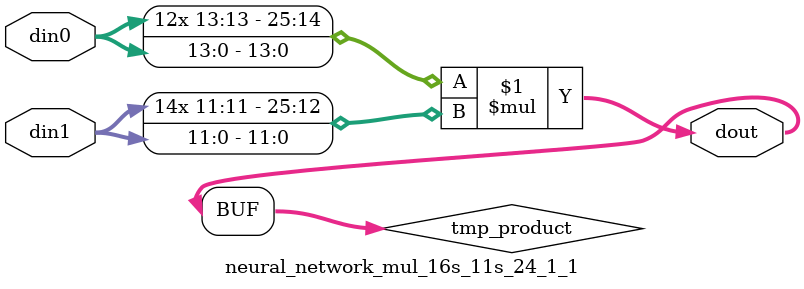
<source format=v>

`timescale 1 ns / 1 ps

  module neural_network_mul_16s_11s_24_1_1(din0, din1, dout);
parameter ID = 1;
parameter NUM_STAGE = 0;
parameter din0_WIDTH = 14;
parameter din1_WIDTH = 12;
parameter dout_WIDTH = 26;

input [din0_WIDTH - 1 : 0] din0; 
input [din1_WIDTH - 1 : 0] din1; 
output [dout_WIDTH - 1 : 0] dout;

wire signed [dout_WIDTH - 1 : 0] tmp_product;













assign tmp_product = $signed(din0) * $signed(din1);








assign dout = tmp_product;







endmodule

</source>
